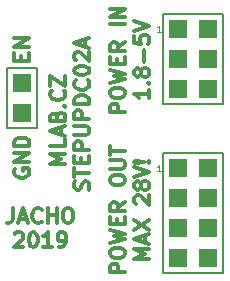
<source format=gbr>
%TF.GenerationSoftware,KiCad,Pcbnew,7.0.5.1-1-g8f565ef7f0-dirty-deb11*%
%TF.CreationDate,2023-07-08T01:15:09+00:00*%
%TF.ProjectId,STEPUPDC02,53544550-5550-4444-9330-322e6b696361,rev?*%
%TF.SameCoordinates,Original*%
%TF.FileFunction,Legend,Top*%
%TF.FilePolarity,Positive*%
%FSLAX46Y46*%
G04 Gerber Fmt 4.6, Leading zero omitted, Abs format (unit mm)*
G04 Created by KiCad (PCBNEW 7.0.5.1-1-g8f565ef7f0-dirty-deb11) date 2023-07-08 01:15:09*
%MOMM*%
%LPD*%
G01*
G04 APERTURE LIST*
%ADD10C,0.300000*%
%ADD11C,0.050000*%
%ADD12C,0.150000*%
%ADD13R,1.524000X1.524000*%
G04 APERTURE END LIST*
D10*
X8131450Y15971761D02*
X8191926Y16153190D01*
X8191926Y16153190D02*
X8191926Y16455571D01*
X8191926Y16455571D02*
X8131450Y16576523D01*
X8131450Y16576523D02*
X8070973Y16636999D01*
X8070973Y16636999D02*
X7950021Y16697476D01*
X7950021Y16697476D02*
X7829069Y16697476D01*
X7829069Y16697476D02*
X7708116Y16636999D01*
X7708116Y16636999D02*
X7647640Y16576523D01*
X7647640Y16576523D02*
X7587164Y16455571D01*
X7587164Y16455571D02*
X7526688Y16213666D01*
X7526688Y16213666D02*
X7466211Y16092714D01*
X7466211Y16092714D02*
X7405735Y16032237D01*
X7405735Y16032237D02*
X7284783Y15971761D01*
X7284783Y15971761D02*
X7163830Y15971761D01*
X7163830Y15971761D02*
X7042878Y16032237D01*
X7042878Y16032237D02*
X6982402Y16092714D01*
X6982402Y16092714D02*
X6921926Y16213666D01*
X6921926Y16213666D02*
X6921926Y16516047D01*
X6921926Y16516047D02*
X6982402Y16697476D01*
X6921926Y17060333D02*
X6921926Y17786047D01*
X8191926Y17423190D02*
X6921926Y17423190D01*
X7526688Y18209380D02*
X7526688Y18632714D01*
X8191926Y18814142D02*
X8191926Y18209380D01*
X8191926Y18209380D02*
X6921926Y18209380D01*
X6921926Y18209380D02*
X6921926Y18814142D01*
X8191926Y19358428D02*
X6921926Y19358428D01*
X6921926Y19358428D02*
X6921926Y19842238D01*
X6921926Y19842238D02*
X6982402Y19963190D01*
X6982402Y19963190D02*
X7042878Y20023667D01*
X7042878Y20023667D02*
X7163830Y20084143D01*
X7163830Y20084143D02*
X7345259Y20084143D01*
X7345259Y20084143D02*
X7466211Y20023667D01*
X7466211Y20023667D02*
X7526688Y19963190D01*
X7526688Y19963190D02*
X7587164Y19842238D01*
X7587164Y19842238D02*
X7587164Y19358428D01*
X6921926Y20628428D02*
X7950021Y20628428D01*
X7950021Y20628428D02*
X8070973Y20688905D01*
X8070973Y20688905D02*
X8131450Y20749381D01*
X8131450Y20749381D02*
X8191926Y20870333D01*
X8191926Y20870333D02*
X8191926Y21112238D01*
X8191926Y21112238D02*
X8131450Y21233190D01*
X8131450Y21233190D02*
X8070973Y21293667D01*
X8070973Y21293667D02*
X7950021Y21354143D01*
X7950021Y21354143D02*
X6921926Y21354143D01*
X8191926Y21958904D02*
X6921926Y21958904D01*
X6921926Y21958904D02*
X6921926Y22442714D01*
X6921926Y22442714D02*
X6982402Y22563666D01*
X6982402Y22563666D02*
X7042878Y22624143D01*
X7042878Y22624143D02*
X7163830Y22684619D01*
X7163830Y22684619D02*
X7345259Y22684619D01*
X7345259Y22684619D02*
X7466211Y22624143D01*
X7466211Y22624143D02*
X7526688Y22563666D01*
X7526688Y22563666D02*
X7587164Y22442714D01*
X7587164Y22442714D02*
X7587164Y21958904D01*
X8191926Y23228904D02*
X6921926Y23228904D01*
X6921926Y23228904D02*
X6921926Y23531285D01*
X6921926Y23531285D02*
X6982402Y23712714D01*
X6982402Y23712714D02*
X7103354Y23833666D01*
X7103354Y23833666D02*
X7224307Y23894143D01*
X7224307Y23894143D02*
X7466211Y23954619D01*
X7466211Y23954619D02*
X7647640Y23954619D01*
X7647640Y23954619D02*
X7889545Y23894143D01*
X7889545Y23894143D02*
X8010497Y23833666D01*
X8010497Y23833666D02*
X8131450Y23712714D01*
X8131450Y23712714D02*
X8191926Y23531285D01*
X8191926Y23531285D02*
X8191926Y23228904D01*
X8070973Y25224619D02*
X8131450Y25164143D01*
X8131450Y25164143D02*
X8191926Y24982714D01*
X8191926Y24982714D02*
X8191926Y24861762D01*
X8191926Y24861762D02*
X8131450Y24680333D01*
X8131450Y24680333D02*
X8010497Y24559381D01*
X8010497Y24559381D02*
X7889545Y24498904D01*
X7889545Y24498904D02*
X7647640Y24438428D01*
X7647640Y24438428D02*
X7466211Y24438428D01*
X7466211Y24438428D02*
X7224307Y24498904D01*
X7224307Y24498904D02*
X7103354Y24559381D01*
X7103354Y24559381D02*
X6982402Y24680333D01*
X6982402Y24680333D02*
X6921926Y24861762D01*
X6921926Y24861762D02*
X6921926Y24982714D01*
X6921926Y24982714D02*
X6982402Y25164143D01*
X6982402Y25164143D02*
X7042878Y25224619D01*
X6921926Y26010809D02*
X6921926Y26131762D01*
X6921926Y26131762D02*
X6982402Y26252714D01*
X6982402Y26252714D02*
X7042878Y26313190D01*
X7042878Y26313190D02*
X7163830Y26373666D01*
X7163830Y26373666D02*
X7405735Y26434143D01*
X7405735Y26434143D02*
X7708116Y26434143D01*
X7708116Y26434143D02*
X7950021Y26373666D01*
X7950021Y26373666D02*
X8070973Y26313190D01*
X8070973Y26313190D02*
X8131450Y26252714D01*
X8131450Y26252714D02*
X8191926Y26131762D01*
X8191926Y26131762D02*
X8191926Y26010809D01*
X8191926Y26010809D02*
X8131450Y25889857D01*
X8131450Y25889857D02*
X8070973Y25829381D01*
X8070973Y25829381D02*
X7950021Y25768904D01*
X7950021Y25768904D02*
X7708116Y25708428D01*
X7708116Y25708428D02*
X7405735Y25708428D01*
X7405735Y25708428D02*
X7163830Y25768904D01*
X7163830Y25768904D02*
X7042878Y25829381D01*
X7042878Y25829381D02*
X6982402Y25889857D01*
X6982402Y25889857D02*
X6921926Y26010809D01*
X7042878Y26917952D02*
X6982402Y26978428D01*
X6982402Y26978428D02*
X6921926Y27099381D01*
X6921926Y27099381D02*
X6921926Y27401762D01*
X6921926Y27401762D02*
X6982402Y27522714D01*
X6982402Y27522714D02*
X7042878Y27583190D01*
X7042878Y27583190D02*
X7163830Y27643667D01*
X7163830Y27643667D02*
X7284783Y27643667D01*
X7284783Y27643667D02*
X7466211Y27583190D01*
X7466211Y27583190D02*
X8191926Y26857476D01*
X8191926Y26857476D02*
X8191926Y27643667D01*
X7829069Y28127476D02*
X7829069Y28732238D01*
X8191926Y28006524D02*
X6921926Y28429857D01*
X6921926Y28429857D02*
X8191926Y28853191D01*
X1735667Y14414073D02*
X1735667Y13506930D01*
X1735667Y13506930D02*
X1675190Y13325502D01*
X1675190Y13325502D02*
X1554238Y13204550D01*
X1554238Y13204550D02*
X1372809Y13144073D01*
X1372809Y13144073D02*
X1251857Y13144073D01*
X2279952Y13506930D02*
X2884714Y13506930D01*
X2159000Y13144073D02*
X2582333Y14414073D01*
X2582333Y14414073D02*
X3005667Y13144073D01*
X4154714Y13265026D02*
X4094238Y13204550D01*
X4094238Y13204550D02*
X3912809Y13144073D01*
X3912809Y13144073D02*
X3791857Y13144073D01*
X3791857Y13144073D02*
X3610428Y13204550D01*
X3610428Y13204550D02*
X3489476Y13325502D01*
X3489476Y13325502D02*
X3428999Y13446454D01*
X3428999Y13446454D02*
X3368523Y13688359D01*
X3368523Y13688359D02*
X3368523Y13869788D01*
X3368523Y13869788D02*
X3428999Y14111692D01*
X3428999Y14111692D02*
X3489476Y14232645D01*
X3489476Y14232645D02*
X3610428Y14353597D01*
X3610428Y14353597D02*
X3791857Y14414073D01*
X3791857Y14414073D02*
X3912809Y14414073D01*
X3912809Y14414073D02*
X4094238Y14353597D01*
X4094238Y14353597D02*
X4154714Y14293121D01*
X4698999Y13144073D02*
X4698999Y14414073D01*
X4698999Y13809311D02*
X5424714Y13809311D01*
X5424714Y13144073D02*
X5424714Y14414073D01*
X6271380Y14414073D02*
X6513285Y14414073D01*
X6513285Y14414073D02*
X6634237Y14353597D01*
X6634237Y14353597D02*
X6755190Y14232645D01*
X6755190Y14232645D02*
X6815666Y13990740D01*
X6815666Y13990740D02*
X6815666Y13567407D01*
X6815666Y13567407D02*
X6755190Y13325502D01*
X6755190Y13325502D02*
X6634237Y13204550D01*
X6634237Y13204550D02*
X6513285Y13144073D01*
X6513285Y13144073D02*
X6271380Y13144073D01*
X6271380Y13144073D02*
X6150428Y13204550D01*
X6150428Y13204550D02*
X6029475Y13325502D01*
X6029475Y13325502D02*
X5968999Y13567407D01*
X5968999Y13567407D02*
X5968999Y13990740D01*
X5968999Y13990740D02*
X6029475Y14232645D01*
X6029475Y14232645D02*
X6150428Y14353597D01*
X6150428Y14353597D02*
X6271380Y14414073D01*
X1886856Y12261121D02*
X1947332Y12321597D01*
X1947332Y12321597D02*
X2068285Y12382073D01*
X2068285Y12382073D02*
X2370666Y12382073D01*
X2370666Y12382073D02*
X2491618Y12321597D01*
X2491618Y12321597D02*
X2552094Y12261121D01*
X2552094Y12261121D02*
X2612571Y12140169D01*
X2612571Y12140169D02*
X2612571Y12019216D01*
X2612571Y12019216D02*
X2552094Y11837788D01*
X2552094Y11837788D02*
X1826380Y11112073D01*
X1826380Y11112073D02*
X2612571Y11112073D01*
X3398761Y12382073D02*
X3519714Y12382073D01*
X3519714Y12382073D02*
X3640666Y12321597D01*
X3640666Y12321597D02*
X3701142Y12261121D01*
X3701142Y12261121D02*
X3761618Y12140169D01*
X3761618Y12140169D02*
X3822095Y11898264D01*
X3822095Y11898264D02*
X3822095Y11595883D01*
X3822095Y11595883D02*
X3761618Y11353978D01*
X3761618Y11353978D02*
X3701142Y11233026D01*
X3701142Y11233026D02*
X3640666Y11172550D01*
X3640666Y11172550D02*
X3519714Y11112073D01*
X3519714Y11112073D02*
X3398761Y11112073D01*
X3398761Y11112073D02*
X3277809Y11172550D01*
X3277809Y11172550D02*
X3217333Y11233026D01*
X3217333Y11233026D02*
X3156856Y11353978D01*
X3156856Y11353978D02*
X3096380Y11595883D01*
X3096380Y11595883D02*
X3096380Y11898264D01*
X3096380Y11898264D02*
X3156856Y12140169D01*
X3156856Y12140169D02*
X3217333Y12261121D01*
X3217333Y12261121D02*
X3277809Y12321597D01*
X3277809Y12321597D02*
X3398761Y12382073D01*
X5031619Y11112073D02*
X4305904Y11112073D01*
X4668761Y11112073D02*
X4668761Y12382073D01*
X4668761Y12382073D02*
X4547809Y12200645D01*
X4547809Y12200645D02*
X4426857Y12079692D01*
X4426857Y12079692D02*
X4305904Y12019216D01*
X5636381Y11112073D02*
X5878285Y11112073D01*
X5878285Y11112073D02*
X5999238Y11172550D01*
X5999238Y11172550D02*
X6059714Y11233026D01*
X6059714Y11233026D02*
X6180666Y11414454D01*
X6180666Y11414454D02*
X6241143Y11656359D01*
X6241143Y11656359D02*
X6241143Y12140169D01*
X6241143Y12140169D02*
X6180666Y12261121D01*
X6180666Y12261121D02*
X6120190Y12321597D01*
X6120190Y12321597D02*
X5999238Y12382073D01*
X5999238Y12382073D02*
X5757333Y12382073D01*
X5757333Y12382073D02*
X5636381Y12321597D01*
X5636381Y12321597D02*
X5575904Y12261121D01*
X5575904Y12261121D02*
X5515428Y12140169D01*
X5515428Y12140169D02*
X5515428Y11837788D01*
X5515428Y11837788D02*
X5575904Y11716835D01*
X5575904Y11716835D02*
X5636381Y11656359D01*
X5636381Y11656359D02*
X5757333Y11595883D01*
X5757333Y11595883D02*
X5999238Y11595883D01*
X5999238Y11595883D02*
X6120190Y11656359D01*
X6120190Y11656359D02*
X6180666Y11716835D01*
X6180666Y11716835D02*
X6241143Y11837788D01*
X11233576Y22539475D02*
X9963576Y22539475D01*
X9963576Y22539475D02*
X9963576Y23023285D01*
X9963576Y23023285D02*
X10024052Y23144237D01*
X10024052Y23144237D02*
X10084528Y23204714D01*
X10084528Y23204714D02*
X10205480Y23265190D01*
X10205480Y23265190D02*
X10386909Y23265190D01*
X10386909Y23265190D02*
X10507861Y23204714D01*
X10507861Y23204714D02*
X10568338Y23144237D01*
X10568338Y23144237D02*
X10628814Y23023285D01*
X10628814Y23023285D02*
X10628814Y22539475D01*
X9963576Y24051380D02*
X9963576Y24293285D01*
X9963576Y24293285D02*
X10024052Y24414237D01*
X10024052Y24414237D02*
X10145004Y24535190D01*
X10145004Y24535190D02*
X10386909Y24595666D01*
X10386909Y24595666D02*
X10810242Y24595666D01*
X10810242Y24595666D02*
X11052147Y24535190D01*
X11052147Y24535190D02*
X11173100Y24414237D01*
X11173100Y24414237D02*
X11233576Y24293285D01*
X11233576Y24293285D02*
X11233576Y24051380D01*
X11233576Y24051380D02*
X11173100Y23930428D01*
X11173100Y23930428D02*
X11052147Y23809475D01*
X11052147Y23809475D02*
X10810242Y23748999D01*
X10810242Y23748999D02*
X10386909Y23748999D01*
X10386909Y23748999D02*
X10145004Y23809475D01*
X10145004Y23809475D02*
X10024052Y23930428D01*
X10024052Y23930428D02*
X9963576Y24051380D01*
X9963576Y25018999D02*
X11233576Y25321380D01*
X11233576Y25321380D02*
X10326433Y25563285D01*
X10326433Y25563285D02*
X11233576Y25805190D01*
X11233576Y25805190D02*
X9963576Y26107571D01*
X10568338Y26591380D02*
X10568338Y27014714D01*
X11233576Y27196142D02*
X11233576Y26591380D01*
X11233576Y26591380D02*
X9963576Y26591380D01*
X9963576Y26591380D02*
X9963576Y27196142D01*
X11233576Y28466143D02*
X10628814Y28042809D01*
X11233576Y27740428D02*
X9963576Y27740428D01*
X9963576Y27740428D02*
X9963576Y28224238D01*
X9963576Y28224238D02*
X10024052Y28345190D01*
X10024052Y28345190D02*
X10084528Y28405667D01*
X10084528Y28405667D02*
X10205480Y28466143D01*
X10205480Y28466143D02*
X10386909Y28466143D01*
X10386909Y28466143D02*
X10507861Y28405667D01*
X10507861Y28405667D02*
X10568338Y28345190D01*
X10568338Y28345190D02*
X10628814Y28224238D01*
X10628814Y28224238D02*
X10628814Y27740428D01*
X11233576Y29978047D02*
X9963576Y29978047D01*
X11233576Y30582809D02*
X9963576Y30582809D01*
X9963576Y30582809D02*
X11233576Y31308524D01*
X11233576Y31308524D02*
X9963576Y31308524D01*
X13278276Y24444476D02*
X13278276Y23718761D01*
X13278276Y24081618D02*
X12008276Y24081618D01*
X12008276Y24081618D02*
X12189704Y23960666D01*
X12189704Y23960666D02*
X12310657Y23839714D01*
X12310657Y23839714D02*
X12371133Y23718761D01*
X13157323Y24988761D02*
X13217800Y25049238D01*
X13217800Y25049238D02*
X13278276Y24988761D01*
X13278276Y24988761D02*
X13217800Y24928285D01*
X13217800Y24928285D02*
X13157323Y24988761D01*
X13157323Y24988761D02*
X13278276Y24988761D01*
X12552561Y25774952D02*
X12492085Y25654000D01*
X12492085Y25654000D02*
X12431609Y25593523D01*
X12431609Y25593523D02*
X12310657Y25533047D01*
X12310657Y25533047D02*
X12250180Y25533047D01*
X12250180Y25533047D02*
X12129228Y25593523D01*
X12129228Y25593523D02*
X12068752Y25654000D01*
X12068752Y25654000D02*
X12008276Y25774952D01*
X12008276Y25774952D02*
X12008276Y26016857D01*
X12008276Y26016857D02*
X12068752Y26137809D01*
X12068752Y26137809D02*
X12129228Y26198285D01*
X12129228Y26198285D02*
X12250180Y26258762D01*
X12250180Y26258762D02*
X12310657Y26258762D01*
X12310657Y26258762D02*
X12431609Y26198285D01*
X12431609Y26198285D02*
X12492085Y26137809D01*
X12492085Y26137809D02*
X12552561Y26016857D01*
X12552561Y26016857D02*
X12552561Y25774952D01*
X12552561Y25774952D02*
X12613038Y25654000D01*
X12613038Y25654000D02*
X12673514Y25593523D01*
X12673514Y25593523D02*
X12794466Y25533047D01*
X12794466Y25533047D02*
X13036371Y25533047D01*
X13036371Y25533047D02*
X13157323Y25593523D01*
X13157323Y25593523D02*
X13217800Y25654000D01*
X13217800Y25654000D02*
X13278276Y25774952D01*
X13278276Y25774952D02*
X13278276Y26016857D01*
X13278276Y26016857D02*
X13217800Y26137809D01*
X13217800Y26137809D02*
X13157323Y26198285D01*
X13157323Y26198285D02*
X13036371Y26258762D01*
X13036371Y26258762D02*
X12794466Y26258762D01*
X12794466Y26258762D02*
X12673514Y26198285D01*
X12673514Y26198285D02*
X12613038Y26137809D01*
X12613038Y26137809D02*
X12552561Y26016857D01*
X12794466Y26803047D02*
X12794466Y27770667D01*
X12008276Y28980190D02*
X12008276Y28375428D01*
X12008276Y28375428D02*
X12613038Y28314952D01*
X12613038Y28314952D02*
X12552561Y28375428D01*
X12552561Y28375428D02*
X12492085Y28496381D01*
X12492085Y28496381D02*
X12492085Y28798762D01*
X12492085Y28798762D02*
X12552561Y28919714D01*
X12552561Y28919714D02*
X12613038Y28980190D01*
X12613038Y28980190D02*
X12733990Y29040667D01*
X12733990Y29040667D02*
X13036371Y29040667D01*
X13036371Y29040667D02*
X13157323Y28980190D01*
X13157323Y28980190D02*
X13217800Y28919714D01*
X13217800Y28919714D02*
X13278276Y28798762D01*
X13278276Y28798762D02*
X13278276Y28496381D01*
X13278276Y28496381D02*
X13217800Y28375428D01*
X13217800Y28375428D02*
X13157323Y28314952D01*
X12008276Y29403524D02*
X13278276Y29826857D01*
X13278276Y29826857D02*
X12008276Y30250191D01*
X11233576Y8992809D02*
X9963576Y8992809D01*
X9963576Y8992809D02*
X9963576Y9476619D01*
X9963576Y9476619D02*
X10024052Y9597571D01*
X10024052Y9597571D02*
X10084528Y9658048D01*
X10084528Y9658048D02*
X10205480Y9718524D01*
X10205480Y9718524D02*
X10386909Y9718524D01*
X10386909Y9718524D02*
X10507861Y9658048D01*
X10507861Y9658048D02*
X10568338Y9597571D01*
X10568338Y9597571D02*
X10628814Y9476619D01*
X10628814Y9476619D02*
X10628814Y8992809D01*
X9963576Y10504714D02*
X9963576Y10746619D01*
X9963576Y10746619D02*
X10024052Y10867571D01*
X10024052Y10867571D02*
X10145004Y10988524D01*
X10145004Y10988524D02*
X10386909Y11049000D01*
X10386909Y11049000D02*
X10810242Y11049000D01*
X10810242Y11049000D02*
X11052147Y10988524D01*
X11052147Y10988524D02*
X11173100Y10867571D01*
X11173100Y10867571D02*
X11233576Y10746619D01*
X11233576Y10746619D02*
X11233576Y10504714D01*
X11233576Y10504714D02*
X11173100Y10383762D01*
X11173100Y10383762D02*
X11052147Y10262809D01*
X11052147Y10262809D02*
X10810242Y10202333D01*
X10810242Y10202333D02*
X10386909Y10202333D01*
X10386909Y10202333D02*
X10145004Y10262809D01*
X10145004Y10262809D02*
X10024052Y10383762D01*
X10024052Y10383762D02*
X9963576Y10504714D01*
X9963576Y11472333D02*
X11233576Y11774714D01*
X11233576Y11774714D02*
X10326433Y12016619D01*
X10326433Y12016619D02*
X11233576Y12258524D01*
X11233576Y12258524D02*
X9963576Y12560905D01*
X10568338Y13044714D02*
X10568338Y13468048D01*
X11233576Y13649476D02*
X11233576Y13044714D01*
X11233576Y13044714D02*
X9963576Y13044714D01*
X9963576Y13044714D02*
X9963576Y13649476D01*
X11233576Y14919477D02*
X10628814Y14496143D01*
X11233576Y14193762D02*
X9963576Y14193762D01*
X9963576Y14193762D02*
X9963576Y14677572D01*
X9963576Y14677572D02*
X10024052Y14798524D01*
X10024052Y14798524D02*
X10084528Y14859001D01*
X10084528Y14859001D02*
X10205480Y14919477D01*
X10205480Y14919477D02*
X10386909Y14919477D01*
X10386909Y14919477D02*
X10507861Y14859001D01*
X10507861Y14859001D02*
X10568338Y14798524D01*
X10568338Y14798524D02*
X10628814Y14677572D01*
X10628814Y14677572D02*
X10628814Y14193762D01*
X9963576Y16673286D02*
X9963576Y16915191D01*
X9963576Y16915191D02*
X10024052Y17036143D01*
X10024052Y17036143D02*
X10145004Y17157096D01*
X10145004Y17157096D02*
X10386909Y17217572D01*
X10386909Y17217572D02*
X10810242Y17217572D01*
X10810242Y17217572D02*
X11052147Y17157096D01*
X11052147Y17157096D02*
X11173100Y17036143D01*
X11173100Y17036143D02*
X11233576Y16915191D01*
X11233576Y16915191D02*
X11233576Y16673286D01*
X11233576Y16673286D02*
X11173100Y16552334D01*
X11173100Y16552334D02*
X11052147Y16431381D01*
X11052147Y16431381D02*
X10810242Y16370905D01*
X10810242Y16370905D02*
X10386909Y16370905D01*
X10386909Y16370905D02*
X10145004Y16431381D01*
X10145004Y16431381D02*
X10024052Y16552334D01*
X10024052Y16552334D02*
X9963576Y16673286D01*
X9963576Y17761857D02*
X10991671Y17761857D01*
X10991671Y17761857D02*
X11112623Y17822334D01*
X11112623Y17822334D02*
X11173100Y17882810D01*
X11173100Y17882810D02*
X11233576Y18003762D01*
X11233576Y18003762D02*
X11233576Y18245667D01*
X11233576Y18245667D02*
X11173100Y18366619D01*
X11173100Y18366619D02*
X11112623Y18427096D01*
X11112623Y18427096D02*
X10991671Y18487572D01*
X10991671Y18487572D02*
X9963576Y18487572D01*
X9963576Y18910905D02*
X9963576Y19636619D01*
X11233576Y19273762D02*
X9963576Y19273762D01*
X13278276Y10111618D02*
X12008276Y10111618D01*
X12008276Y10111618D02*
X12915419Y10534952D01*
X12915419Y10534952D02*
X12008276Y10958285D01*
X12008276Y10958285D02*
X13278276Y10958285D01*
X12915419Y11502571D02*
X12915419Y12107333D01*
X13278276Y11381619D02*
X12008276Y11804952D01*
X12008276Y11804952D02*
X13278276Y12228286D01*
X12008276Y12530666D02*
X13278276Y13377333D01*
X12008276Y13377333D02*
X13278276Y12530666D01*
X12129228Y14768285D02*
X12068752Y14828761D01*
X12068752Y14828761D02*
X12008276Y14949714D01*
X12008276Y14949714D02*
X12008276Y15252095D01*
X12008276Y15252095D02*
X12068752Y15373047D01*
X12068752Y15373047D02*
X12129228Y15433523D01*
X12129228Y15433523D02*
X12250180Y15494000D01*
X12250180Y15494000D02*
X12371133Y15494000D01*
X12371133Y15494000D02*
X12552561Y15433523D01*
X12552561Y15433523D02*
X13278276Y14707809D01*
X13278276Y14707809D02*
X13278276Y15494000D01*
X12552561Y16219714D02*
X12492085Y16098762D01*
X12492085Y16098762D02*
X12431609Y16038285D01*
X12431609Y16038285D02*
X12310657Y15977809D01*
X12310657Y15977809D02*
X12250180Y15977809D01*
X12250180Y15977809D02*
X12129228Y16038285D01*
X12129228Y16038285D02*
X12068752Y16098762D01*
X12068752Y16098762D02*
X12008276Y16219714D01*
X12008276Y16219714D02*
X12008276Y16461619D01*
X12008276Y16461619D02*
X12068752Y16582571D01*
X12068752Y16582571D02*
X12129228Y16643047D01*
X12129228Y16643047D02*
X12250180Y16703524D01*
X12250180Y16703524D02*
X12310657Y16703524D01*
X12310657Y16703524D02*
X12431609Y16643047D01*
X12431609Y16643047D02*
X12492085Y16582571D01*
X12492085Y16582571D02*
X12552561Y16461619D01*
X12552561Y16461619D02*
X12552561Y16219714D01*
X12552561Y16219714D02*
X12613038Y16098762D01*
X12613038Y16098762D02*
X12673514Y16038285D01*
X12673514Y16038285D02*
X12794466Y15977809D01*
X12794466Y15977809D02*
X13036371Y15977809D01*
X13036371Y15977809D02*
X13157323Y16038285D01*
X13157323Y16038285D02*
X13217800Y16098762D01*
X13217800Y16098762D02*
X13278276Y16219714D01*
X13278276Y16219714D02*
X13278276Y16461619D01*
X13278276Y16461619D02*
X13217800Y16582571D01*
X13217800Y16582571D02*
X13157323Y16643047D01*
X13157323Y16643047D02*
X13036371Y16703524D01*
X13036371Y16703524D02*
X12794466Y16703524D01*
X12794466Y16703524D02*
X12673514Y16643047D01*
X12673514Y16643047D02*
X12613038Y16582571D01*
X12613038Y16582571D02*
X12552561Y16461619D01*
X12008276Y17066381D02*
X13278276Y17489714D01*
X13278276Y17489714D02*
X12008276Y17913048D01*
X13157323Y18336380D02*
X13217800Y18396857D01*
X13217800Y18396857D02*
X13278276Y18336380D01*
X13278276Y18336380D02*
X13217800Y18275904D01*
X13217800Y18275904D02*
X13157323Y18336380D01*
X13157323Y18336380D02*
X13278276Y18336380D01*
X12794466Y18336380D02*
X12068752Y18275904D01*
X12068752Y18275904D02*
X12008276Y18336380D01*
X12008276Y18336380D02*
X12068752Y18396857D01*
X12068752Y18396857D02*
X12794466Y18336380D01*
X12794466Y18336380D02*
X12008276Y18336380D01*
X2446688Y26915748D02*
X2446688Y27339082D01*
X3111926Y27520510D02*
X3111926Y26915748D01*
X3111926Y26915748D02*
X1841926Y26915748D01*
X1841926Y26915748D02*
X1841926Y27520510D01*
X3111926Y28064796D02*
X1841926Y28064796D01*
X1841926Y28064796D02*
X3111926Y28790511D01*
X3111926Y28790511D02*
X1841926Y28790511D01*
X1902402Y17727775D02*
X1841926Y17606822D01*
X1841926Y17606822D02*
X1841926Y17425394D01*
X1841926Y17425394D02*
X1902402Y17243965D01*
X1902402Y17243965D02*
X2023354Y17123013D01*
X2023354Y17123013D02*
X2144307Y17062536D01*
X2144307Y17062536D02*
X2386211Y17002060D01*
X2386211Y17002060D02*
X2567640Y17002060D01*
X2567640Y17002060D02*
X2809545Y17062536D01*
X2809545Y17062536D02*
X2930497Y17123013D01*
X2930497Y17123013D02*
X3051450Y17243965D01*
X3051450Y17243965D02*
X3111926Y17425394D01*
X3111926Y17425394D02*
X3111926Y17546346D01*
X3111926Y17546346D02*
X3051450Y17727775D01*
X3051450Y17727775D02*
X2990973Y17788251D01*
X2990973Y17788251D02*
X2567640Y17788251D01*
X2567640Y17788251D02*
X2567640Y17546346D01*
X3111926Y18332536D02*
X1841926Y18332536D01*
X1841926Y18332536D02*
X3111926Y19058251D01*
X3111926Y19058251D02*
X1841926Y19058251D01*
X3111926Y19663012D02*
X1841926Y19663012D01*
X1841926Y19663012D02*
X1841926Y19965393D01*
X1841926Y19965393D02*
X1902402Y20146822D01*
X1902402Y20146822D02*
X2023354Y20267774D01*
X2023354Y20267774D02*
X2144307Y20328251D01*
X2144307Y20328251D02*
X2386211Y20388727D01*
X2386211Y20388727D02*
X2567640Y20388727D01*
X2567640Y20388727D02*
X2809545Y20328251D01*
X2809545Y20328251D02*
X2930497Y20267774D01*
X2930497Y20267774D02*
X3051450Y20146822D01*
X3051450Y20146822D02*
X3111926Y19965393D01*
X3111926Y19965393D02*
X3111926Y19663012D01*
X6159926Y18185190D02*
X4889926Y18185190D01*
X4889926Y18185190D02*
X5797069Y18608524D01*
X5797069Y18608524D02*
X4889926Y19031857D01*
X4889926Y19031857D02*
X6159926Y19031857D01*
X6159926Y20241381D02*
X6159926Y19636619D01*
X6159926Y19636619D02*
X4889926Y19636619D01*
X5797069Y20604238D02*
X5797069Y21209000D01*
X6159926Y20483286D02*
X4889926Y20906619D01*
X4889926Y20906619D02*
X6159926Y21329953D01*
X5494688Y22176619D02*
X5555164Y22358047D01*
X5555164Y22358047D02*
X5615640Y22418524D01*
X5615640Y22418524D02*
X5736592Y22479000D01*
X5736592Y22479000D02*
X5918021Y22479000D01*
X5918021Y22479000D02*
X6038973Y22418524D01*
X6038973Y22418524D02*
X6099450Y22358047D01*
X6099450Y22358047D02*
X6159926Y22237095D01*
X6159926Y22237095D02*
X6159926Y21753285D01*
X6159926Y21753285D02*
X4889926Y21753285D01*
X4889926Y21753285D02*
X4889926Y22176619D01*
X4889926Y22176619D02*
X4950402Y22297571D01*
X4950402Y22297571D02*
X5010878Y22358047D01*
X5010878Y22358047D02*
X5131830Y22418524D01*
X5131830Y22418524D02*
X5252783Y22418524D01*
X5252783Y22418524D02*
X5373735Y22358047D01*
X5373735Y22358047D02*
X5434211Y22297571D01*
X5434211Y22297571D02*
X5494688Y22176619D01*
X5494688Y22176619D02*
X5494688Y21753285D01*
X6038973Y23023285D02*
X6099450Y23083762D01*
X6099450Y23083762D02*
X6159926Y23023285D01*
X6159926Y23023285D02*
X6099450Y22962809D01*
X6099450Y22962809D02*
X6038973Y23023285D01*
X6038973Y23023285D02*
X6159926Y23023285D01*
X6038973Y24353762D02*
X6099450Y24293286D01*
X6099450Y24293286D02*
X6159926Y24111857D01*
X6159926Y24111857D02*
X6159926Y23990905D01*
X6159926Y23990905D02*
X6099450Y23809476D01*
X6099450Y23809476D02*
X5978497Y23688524D01*
X5978497Y23688524D02*
X5857545Y23628047D01*
X5857545Y23628047D02*
X5615640Y23567571D01*
X5615640Y23567571D02*
X5434211Y23567571D01*
X5434211Y23567571D02*
X5192307Y23628047D01*
X5192307Y23628047D02*
X5071354Y23688524D01*
X5071354Y23688524D02*
X4950402Y23809476D01*
X4950402Y23809476D02*
X4889926Y23990905D01*
X4889926Y23990905D02*
X4889926Y24111857D01*
X4889926Y24111857D02*
X4950402Y24293286D01*
X4950402Y24293286D02*
X5010878Y24353762D01*
X4889926Y24777095D02*
X4889926Y25623762D01*
X4889926Y25623762D02*
X6159926Y24777095D01*
X6159926Y24777095D02*
X6159926Y25623762D01*
D11*
%TO.C,J1*%
X14239857Y29362290D02*
X13954143Y29362290D01*
X14097000Y29362290D02*
X14097000Y29862290D01*
X14097000Y29862290D02*
X14049381Y29790861D01*
X14049381Y29790861D02*
X14001762Y29743242D01*
X14001762Y29743242D02*
X13954143Y29719433D01*
%TO.C,J4*%
X14239857Y17551290D02*
X13954143Y17551290D01*
X14097000Y17551290D02*
X14097000Y18051290D01*
X14097000Y18051290D02*
X14049381Y17979861D01*
X14049381Y17979861D02*
X14001762Y17932242D01*
X14001762Y17932242D02*
X13954143Y17908433D01*
D12*
%TO.C,J1*%
X14478000Y30861000D02*
X19558000Y30861000D01*
X19558000Y23241000D02*
X14478000Y23241000D01*
X19558000Y30861000D02*
X19558000Y23241000D01*
X14478000Y23241000D02*
X14478000Y30861000D01*
%TO.C,J2*%
X3810000Y26289000D02*
X3810000Y21209000D01*
X1270000Y21209000D02*
X1270000Y26289000D01*
X3810000Y21209000D02*
X1270000Y21209000D01*
X1270000Y26289000D02*
X3810000Y26289000D01*
%TO.C,J4*%
X19558000Y8890000D02*
X14478000Y8890000D01*
X14478000Y8890000D02*
X14478000Y19050000D01*
X19558000Y19050000D02*
X19558000Y8890000D01*
X14478000Y19050000D02*
X19558000Y19050000D01*
%TD*%
D13*
%TO.C,J1*%
X15748000Y29591000D03*
X18288000Y29591000D03*
X15748000Y27051000D03*
X18288000Y27051000D03*
X15748000Y24511000D03*
X18288000Y24511000D03*
%TD*%
%TO.C,J2*%
X2540000Y22479000D03*
X2540000Y25019000D03*
%TD*%
%TO.C,J4*%
X15748000Y17780000D03*
X18288000Y17780000D03*
X15748000Y15240000D03*
X18288000Y15240000D03*
X15748000Y12700000D03*
X18288000Y12700000D03*
X15748000Y10160000D03*
X18288000Y10160000D03*
%TD*%
M02*

</source>
